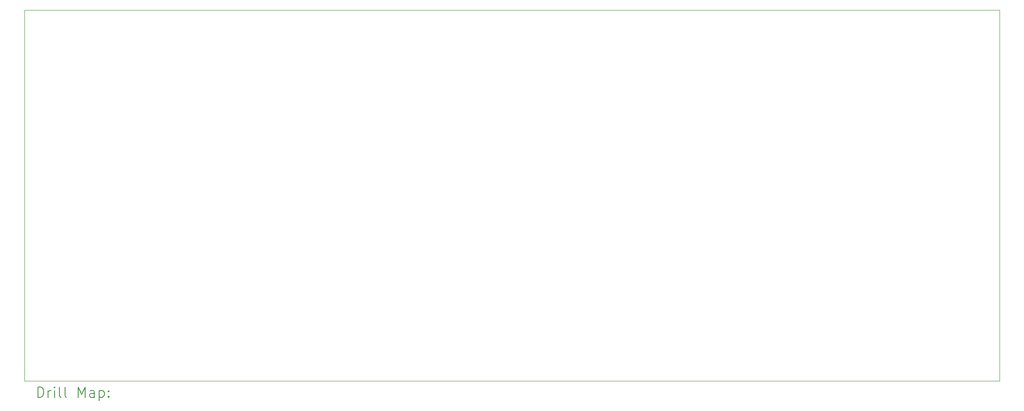
<source format=gbr>
%TF.GenerationSoftware,KiCad,Pcbnew,7.0.7*%
%TF.CreationDate,2024-12-16T13:22:11+01:00*%
%TF.ProjectId,dmem_2V0,646d656d-5f32-4563-902e-6b696361645f,rev?*%
%TF.SameCoordinates,Original*%
%TF.FileFunction,Drillmap*%
%TF.FilePolarity,Positive*%
%FSLAX45Y45*%
G04 Gerber Fmt 4.5, Leading zero omitted, Abs format (unit mm)*
G04 Created by KiCad (PCBNEW 7.0.7) date 2024-12-16 13:22:11*
%MOMM*%
%LPD*%
G01*
G04 APERTURE LIST*
%ADD10C,0.100000*%
%ADD11C,0.200000*%
G04 APERTURE END LIST*
D10*
X5050120Y-6278300D02*
X23950120Y-6278300D01*
X23950120Y-13478300D01*
X5050120Y-13478300D01*
X5050120Y-6278300D01*
D11*
X5305897Y-13794784D02*
X5305897Y-13594784D01*
X5305897Y-13594784D02*
X5353516Y-13594784D01*
X5353516Y-13594784D02*
X5382087Y-13604308D01*
X5382087Y-13604308D02*
X5401135Y-13623355D01*
X5401135Y-13623355D02*
X5410659Y-13642403D01*
X5410659Y-13642403D02*
X5420183Y-13680498D01*
X5420183Y-13680498D02*
X5420183Y-13709069D01*
X5420183Y-13709069D02*
X5410659Y-13747165D01*
X5410659Y-13747165D02*
X5401135Y-13766212D01*
X5401135Y-13766212D02*
X5382087Y-13785260D01*
X5382087Y-13785260D02*
X5353516Y-13794784D01*
X5353516Y-13794784D02*
X5305897Y-13794784D01*
X5505897Y-13794784D02*
X5505897Y-13661450D01*
X5505897Y-13699546D02*
X5515421Y-13680498D01*
X5515421Y-13680498D02*
X5524945Y-13670974D01*
X5524945Y-13670974D02*
X5543992Y-13661450D01*
X5543992Y-13661450D02*
X5563040Y-13661450D01*
X5629706Y-13794784D02*
X5629706Y-13661450D01*
X5629706Y-13594784D02*
X5620183Y-13604308D01*
X5620183Y-13604308D02*
X5629706Y-13613831D01*
X5629706Y-13613831D02*
X5639230Y-13604308D01*
X5639230Y-13604308D02*
X5629706Y-13594784D01*
X5629706Y-13594784D02*
X5629706Y-13613831D01*
X5753516Y-13794784D02*
X5734468Y-13785260D01*
X5734468Y-13785260D02*
X5724944Y-13766212D01*
X5724944Y-13766212D02*
X5724944Y-13594784D01*
X5858278Y-13794784D02*
X5839230Y-13785260D01*
X5839230Y-13785260D02*
X5829706Y-13766212D01*
X5829706Y-13766212D02*
X5829706Y-13594784D01*
X6086849Y-13794784D02*
X6086849Y-13594784D01*
X6086849Y-13594784D02*
X6153516Y-13737641D01*
X6153516Y-13737641D02*
X6220183Y-13594784D01*
X6220183Y-13594784D02*
X6220183Y-13794784D01*
X6401135Y-13794784D02*
X6401135Y-13690022D01*
X6401135Y-13690022D02*
X6391611Y-13670974D01*
X6391611Y-13670974D02*
X6372564Y-13661450D01*
X6372564Y-13661450D02*
X6334468Y-13661450D01*
X6334468Y-13661450D02*
X6315421Y-13670974D01*
X6401135Y-13785260D02*
X6382087Y-13794784D01*
X6382087Y-13794784D02*
X6334468Y-13794784D01*
X6334468Y-13794784D02*
X6315421Y-13785260D01*
X6315421Y-13785260D02*
X6305897Y-13766212D01*
X6305897Y-13766212D02*
X6305897Y-13747165D01*
X6305897Y-13747165D02*
X6315421Y-13728117D01*
X6315421Y-13728117D02*
X6334468Y-13718593D01*
X6334468Y-13718593D02*
X6382087Y-13718593D01*
X6382087Y-13718593D02*
X6401135Y-13709069D01*
X6496373Y-13661450D02*
X6496373Y-13861450D01*
X6496373Y-13670974D02*
X6515421Y-13661450D01*
X6515421Y-13661450D02*
X6553516Y-13661450D01*
X6553516Y-13661450D02*
X6572564Y-13670974D01*
X6572564Y-13670974D02*
X6582087Y-13680498D01*
X6582087Y-13680498D02*
X6591611Y-13699546D01*
X6591611Y-13699546D02*
X6591611Y-13756688D01*
X6591611Y-13756688D02*
X6582087Y-13775736D01*
X6582087Y-13775736D02*
X6572564Y-13785260D01*
X6572564Y-13785260D02*
X6553516Y-13794784D01*
X6553516Y-13794784D02*
X6515421Y-13794784D01*
X6515421Y-13794784D02*
X6496373Y-13785260D01*
X6677325Y-13775736D02*
X6686849Y-13785260D01*
X6686849Y-13785260D02*
X6677325Y-13794784D01*
X6677325Y-13794784D02*
X6667802Y-13785260D01*
X6667802Y-13785260D02*
X6677325Y-13775736D01*
X6677325Y-13775736D02*
X6677325Y-13794784D01*
X6677325Y-13670974D02*
X6686849Y-13680498D01*
X6686849Y-13680498D02*
X6677325Y-13690022D01*
X6677325Y-13690022D02*
X6667802Y-13680498D01*
X6667802Y-13680498D02*
X6677325Y-13670974D01*
X6677325Y-13670974D02*
X6677325Y-13690022D01*
M02*

</source>
